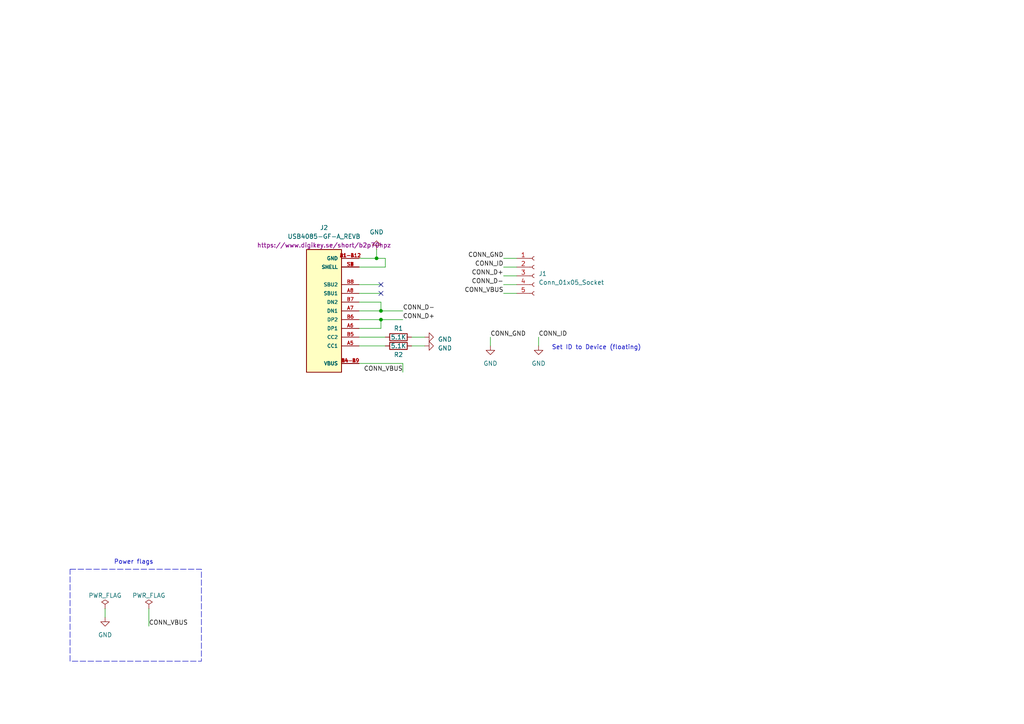
<source format=kicad_sch>
(kicad_sch (version 20230121) (generator eeschema)
  (paper "A4")
  (title_block (title "Shine3 USB-C Mod") (date "2023-08-09") (rev "1") (comment 1 "Author: Oscar Bergström"))
  (lib_symbols
    (symbol "Connector:Conn_01x05_Socket" (pin_names (offset 1.016) hide)
      (property "Reference" "J" (at 0 7.62 0))
      (property "Value" "Conn_01x05_Socket" (at 0 -7.62 0))
      (symbol "Conn_01x05_Socket_1_1"
        (arc (start 0 -4.572) (mid -0.5058 -5.08) (end 0 -5.588) (stroke (width 0.1524)))
        (arc (start 0 -2.032) (mid -0.5058 -2.54) (end 0 -3.048) (stroke (width 0.1524)))
        (polyline (pts (xy -1.27 -5.08) (xy -0.508 -5.08)) (stroke (width 0.1524)))
        (polyline (pts (xy -1.27 -2.54) (xy -0.508 -2.54)) (stroke (width 0.1524)))
        (polyline (pts (xy -1.27 0) (xy -0.508 0)) (stroke (width 0.1524)))
        (polyline (pts (xy -1.27 2.54) (xy -0.508 2.54)) (stroke (width 0.1524)))
        (polyline (pts (xy -1.27 5.08) (xy -0.508 5.08)) (stroke (width 0.1524)))
        (arc (start 0 0.508) (mid -0.5058 0) (end 0 -0.508) (stroke (width 0.1524)))
        (arc (start 0 3.048) (mid -0.5058 2.54) (end 0 2.032) (stroke (width 0.1524)))
        (arc (start 0 5.588) (mid -0.5058 5.08) (end 0 4.572) (stroke (width 0.1524)))
        (pin passive line (at -5.08 5.08 0) (length 3.81) (name "Pin_1") (number "1"))
        (pin passive line (at -5.08 2.54 0) (length 3.81) (name "Pin_2") (number "2"))
        (pin passive line (at -5.08 0 0) (length 3.81) (name "Pin_3") (number "3"))
        (pin passive line (at -5.08 -2.54 0) (length 3.81) (name "Pin_4") (number "4"))
        (pin passive line (at -5.08 -5.08 0) (length 3.81) (name "Pin_5") (number "5"))
      )
    )
    (symbol "Device:R" (pin_numbers hide) (pin_names (offset 0))
      (property "Reference" "R" (at 2.032 0 90))
      (property "Value" "R" (at 0 0 90))
      (symbol "R_0_1"
        (rectangle (start -1.016 -2.54) (end 1.016 2.54) (stroke (width 0.254)))
      )
      (symbol "R_1_1"
        (pin passive line (at 0 3.81 270) (length 1.27) (name "~") (number "1"))
        (pin passive line (at 0 -3.81 90) (length 1.27) (name "~") (number "2"))
      )
    )
    (symbol "USB4085-GF-A_REVB:USB4105-GF-A-060_FIXED" (pin_names (offset 1.016))
      (property "Reference" "J" (at -5.08 18.288 0))
      (property "Value" "USB4105-GF-A-060" (at -5.08 -20.32 0))
      (property "digikey" "https://www.digikey.se/short/b2p70hpz" (at 0 0 0))
      (symbol "USB4105-GF-A-060_FIXED_0_0"
        (rectangle (start -5.08 -17.78) (end 5.08 17.78) (stroke (width 0.254)) (fill (type background)))
        (pin power_in line (at -10.16 -15.24 0) (length 5.08) (name "GND") (number "A1-B12"))
        (pin power_in line (at -10.16 15.24 0) (length 5.08) (name "VBUS") (number "A4-B9"))
        (pin bidirectional line (at -10.16 10.16 0) (length 5.08) (name "CC1") (number "A5"))
        (pin bidirectional line (at -10.16 5.08 0) (length 5.08) (name "DP1") (number "A6"))
        (pin bidirectional line (at -10.16 0 0) (length 5.08) (name "DN1") (number "A7"))
        (pin bidirectional line (at -10.16 -5.08 0) (length 5.08) (name "SBU1") (number "A8"))
        (pin power_in line (at -10.16 -15.24 0) (length 5.08) (name "GND") (number "B1-A12"))
        (pin power_in line (at -10.16 15.24 0) (length 5.08) (name "VBUS") (number "B4-A9"))
        (pin bidirectional line (at -10.16 7.62 0) (length 5.08) (name "CC2") (number "B5"))
        (pin bidirectional line (at -10.16 2.54 0) (length 5.08) (name "DP2") (number "B6"))
        (pin bidirectional line (at -10.16 -2.54 0) (length 5.08) (name "DN2") (number "B7"))
        (pin bidirectional line (at -10.16 -7.62 0) (length 5.08) (name "SBU2") (number "B8"))
        (pin passive line (at -10.16 -12.7 0) (length 5.08) (name "SHELL") (number "S1"))
        (pin passive line (at -10.16 -12.7 0) (length 5.08) (name "SHELL") (number "S2"))
        (pin passive line (at -10.16 -12.7 0) (length 5.08) (name "SHELL") (number "S3"))
        (pin passive line (at -10.16 -12.7 0) (length 5.08) (name "SHELL") (number "S4"))
      )
    )
    (symbol "power:GND" (power) (pin_names (offset 0))
      (property "Value" "GND" (at 0 -3.81 0))
      (symbol "GND_0_1"
        (polyline (pts (xy 0 0) (xy 0 -1.27) (xy 1.27 -1.27) (xy 0 -2.54) (xy -1.27 -1.27) (xy 0 -1.27)))
      )
      (symbol "GND_1_1"
        (pin power_in line (at 0 0 270) (length 0) hide (name "GND") (number "1"))
      )
    )
    (symbol "power:PWR_FLAG" (power) (pin_numbers hide) (pin_names (offset 0) hide)
      (property "Value" "PWR_FLAG" (at 0 3.81 0))
      (symbol "PWR_FLAG_0_0"
        (pin power_out line (at 0 0 90) (length 0) (name "pwr") (number "1"))
      )
      (symbol "PWR_FLAG_0_1"
        (polyline (pts (xy 0 0) (xy 0 1.27) (xy -1.016 1.905) (xy 0 2.54) (xy 1.016 1.905) (xy 0 1.27)))
      )
    )
  )
  (junction (at 109.22 74.93))
  (junction (at 110.49 92.71))
  (junction (at 110.49 90.17))
  (no_connect (at 110.49 82.55))
  (no_connect (at 110.49 85.09))
  (wire (pts (xy 43.18 176.53) (xy 43.18 181.61)))
  (wire (pts (xy 142.24 97.79) (xy 142.24 100.33)))
  (wire (pts (xy 110.49 85.09) (xy 104.14 85.09)))
  (wire (pts (xy 111.76 74.93) (xy 111.76 77.47)))
  (wire (pts (xy 116.84 90.17) (xy 110.49 90.17)))
  (wire (pts (xy 104.14 74.93) (xy 109.22 74.93)))
  (wire (pts (xy 110.49 90.17) (xy 104.14 90.17)))
  (wire (pts (xy 146.05 77.47) (xy 149.86 77.47)))
  (wire (pts (xy 146.05 74.93) (xy 149.86 74.93)))
  (wire (pts (xy 146.05 85.09) (xy 149.86 85.09)))
  (wire (pts (xy 146.05 82.55) (xy 149.86 82.55)))
  (wire (pts (xy 110.49 82.55) (xy 104.14 82.55)))
  (wire (pts (xy 104.14 77.47) (xy 111.76 77.47)))
  (wire (pts (xy 104.14 97.79) (xy 111.76 97.79)))
  (wire (pts (xy 156.21 97.79) (xy 156.21 100.33)))
  (wire (pts (xy 146.05 80.01) (xy 149.86 80.01)))
  (wire (pts (xy 104.14 100.33) (xy 111.76 100.33)))
  (wire (pts (xy 110.49 92.71) (xy 104.14 92.71)))
  (wire (pts (xy 116.84 92.71) (xy 110.49 92.71)))
  (wire (pts (xy 119.38 97.79) (xy 123.19 97.79)))
  (wire (pts (xy 110.49 87.63) (xy 110.49 90.17)))
  (wire (pts (xy 104.14 95.25) (xy 110.49 95.25)))
  (wire (pts (xy 110.49 95.25) (xy 110.49 92.71)))
  (wire (pts (xy 111.76 74.93) (xy 109.22 74.93)))
  (wire (pts (xy 104.14 87.63) (xy 110.49 87.63)))
  (wire (pts (xy 119.38 100.33) (xy 123.19 100.33)))
  (wire (pts (xy 116.84 107.95) (xy 116.84 105.41)))
  (wire (pts (xy 30.48 176.53) (xy 30.48 179.07)))
  (wire (pts (xy 116.84 105.41) (xy 104.14 105.41)))
  (wire (pts (xy 109.22 72.39) (xy 109.22 74.93)))
  (rectangle (start 20.32 165.1) (end 58.42 191.77) (stroke (width 0) (type dash)))
  (text "Set ID to Device (floating)" (at 160.02 101.6 0) (effects (font (size 1.27 1.27)) (justify left bottom)))
  (text "Power flags" (at 33.02 163.83 0) (effects (font (size 1.27 1.27)) (justify left bottom)))
  (label "CONN_D-" (at 116.84 90.17 0))
  (label "CONN_ID" (at 156.21 97.79 0))
  (label "CONN_D-" (at 146.05 82.55 180))
  (label "CONN_GND" (at 142.24 97.79 0))
  (label "CONN_D+" (at 116.84 92.71 0))
  (label "CONN_D+" (at 146.05 80.01 180))
  (label "CONN_VBUS" (at 146.05 85.09 180))
  (label "CONN_ID" (at 146.05 77.47 180))
  (label "CONN_VBUS" (at 43.18 181.61 0))
  (label "CONN_GND" (at 146.05 74.93 180))
  (label "CONN_VBUS" (at 116.84 107.95 180))
  (symbol (lib_id "power:GND") (at 109.22 72.39 180) (unit 1)
    (property "Reference" "#PWR04" (effects hide))
    (property "Value" "GND" (at 109.22 67.31 0))
  )
  (symbol (lib_id "power:GND") (at 142.24 100.33 0) (unit 1)
    (property "Reference" "#PWR01" (effects hide))
    (property "Value" "GND" (at 142.24 105.41 0))
  )
  (symbol (lib_id "power:GND") (at 156.21 100.33 0) (unit 1)
    (property "Reference" "#PWR02" (effects hide))
    (property "Value" "GND" (at 156.21 105.41 0))
  )
  (symbol (lib_id "Connector:Conn_01x05_Socket") (at 154.94 80.01 0) (unit 1)
    (property "Reference" "J1" (at 156.21 79.375 0) (effects (justify left)))
    (property "Value" "Conn_01x05_Socket" (at 156.21 81.915 0) (effects (justify left)))
    (property "Footprint" "Connector_PinHeader_2.00mm:PinHeader_1x05_P2.00mm_Vertical" (effects hide))
  )
  (symbol (lib_id "power:GND") (at 123.19 100.33 90) (unit 1)
    (property "Reference" "#PWR06" (effects hide))
    (property "Value" "GND" (at 127 100.965 90) (effects (justify right)))
  )
  (symbol (lib_id "power:PWR_FLAG") (at 30.48 176.53 0) (unit 1)
    (property "Reference" "#FLG01" (effects hide))
    (property "Value" "PWR_FLAG" (at 30.48 172.72 0))
  )
  (symbol (lib_id "power:GND") (at 30.48 179.07 0) (unit 1)
    (property "Reference" "#PWR03" (effects hide))
    (property "Value" "GND" (at 30.48 184.15 0))
  )
  (symbol (lib_id "Device:R") (at 115.57 97.79 90) (unit 1)
    (property "Reference" "R1" (at 115.57 95.25 90))
    (property "Value" "5.1K" (at 115.57 97.79 90))
    (property "Footprint" "Resistor_THT:R_Axial_DIN0204_L3.6mm_D1.6mm_P7.62mm_Horizontal" (effects hide))
  )
  (symbol (lib_id "power:GND") (at 123.19 97.79 90) (unit 1)
    (property "Reference" "#PWR05" (effects hide))
    (property "Value" "GND" (at 127 98.425 90) (effects (justify right)))
  )
  (symbol (lib_id "Device:R") (at 115.57 100.33 90) (unit 1)
    (property "Reference" "R2" (at 115.57 102.87 90))
    (property "Value" "5.1K" (at 115.57 100.33 90))
    (property "Footprint" "Resistor_THT:R_Axial_DIN0204_L3.6mm_D1.6mm_P7.62mm_Horizontal" (effects hide))
  )
  (symbol (lib_id "power:PWR_FLAG") (at 43.18 176.53 0) (unit 1)
    (property "Reference" "#FLG02" (effects hide))
    (property "Value" "PWR_FLAG" (at 43.18 172.72 0))
  )
  (symbol (lib_id "USB4085-GF-A_REVB:USB4105-GF-A-060_FIXED") (at 93.98 90.17 180) (unit 1)
    (property "Reference" "J2" (at 93.98 66.04 0))
    (property "Value" "USB4085-GF-A_REVB" (at 93.98 68.58 0))
    (property "Footprint" "USB4105-GF-A-060:USB4105-GF-A-060-MFG" (effects hide))
    (property "Datasheet" "https://www.usb.org/sites/default/files/documents/usb_type-c.zip" (effects hide))
    (property "PARTREV" "B" (effects hide))
    (property "STANDARD" "Manufacturer Recommendations" (effects hide))
    (property "SNAPEDA_PN" "USB4105-GF-A-060" (effects hide))
    (property "MAXIMUM_PACKAGE_HEIGHT" "3.16mm" (effects hide))
    (property "MANUFACTURER" "Global Connector Technology" (effects hide))
    (property "Digikey" "https://www.digikey.se/short/fj84fhpz" (effects hide))
    (property "digikey" "https://www.digikey.se/short/b2p70hpz" (at 93.98 71.12 0))
  )
)
</source>
